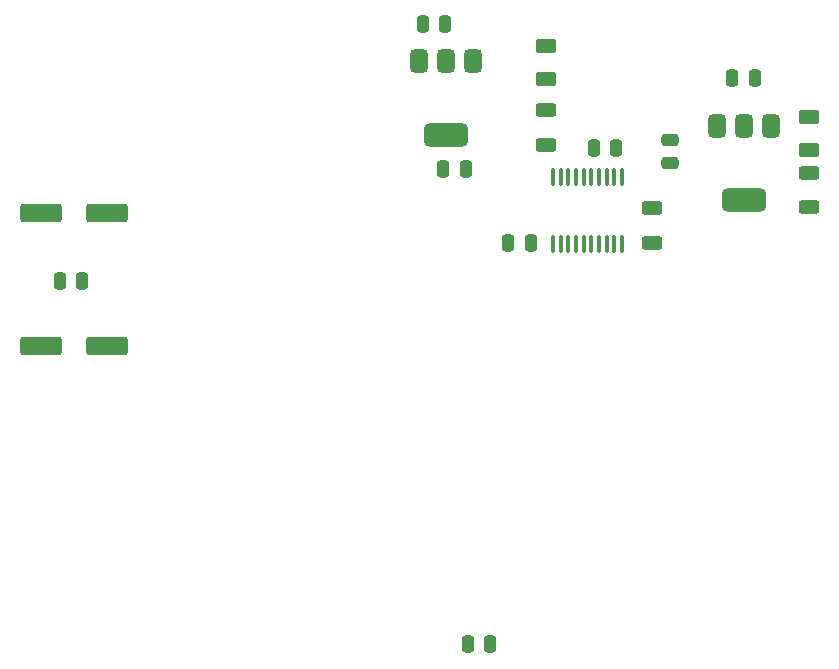
<source format=gbr>
%TF.GenerationSoftware,KiCad,Pcbnew,8.0.5*%
%TF.CreationDate,2025-02-14T12:54:28+01:00*%
%TF.ProjectId,main_board,6d61696e-5f62-46f6-9172-642e6b696361,rev?*%
%TF.SameCoordinates,Original*%
%TF.FileFunction,Paste,Top*%
%TF.FilePolarity,Positive*%
%FSLAX46Y46*%
G04 Gerber Fmt 4.6, Leading zero omitted, Abs format (unit mm)*
G04 Created by KiCad (PCBNEW 8.0.5) date 2025-02-14 12:54:28*
%MOMM*%
%LPD*%
G01*
G04 APERTURE LIST*
G04 Aperture macros list*
%AMRoundRect*
0 Rectangle with rounded corners*
0 $1 Rounding radius*
0 $2 $3 $4 $5 $6 $7 $8 $9 X,Y pos of 4 corners*
0 Add a 4 corners polygon primitive as box body*
4,1,4,$2,$3,$4,$5,$6,$7,$8,$9,$2,$3,0*
0 Add four circle primitives for the rounded corners*
1,1,$1+$1,$2,$3*
1,1,$1+$1,$4,$5*
1,1,$1+$1,$6,$7*
1,1,$1+$1,$8,$9*
0 Add four rect primitives between the rounded corners*
20,1,$1+$1,$2,$3,$4,$5,0*
20,1,$1+$1,$4,$5,$6,$7,0*
20,1,$1+$1,$6,$7,$8,$9,0*
20,1,$1+$1,$8,$9,$2,$3,0*%
G04 Aperture macros list end*
%ADD10RoundRect,0.250000X-0.250000X-0.475000X0.250000X-0.475000X0.250000X0.475000X-0.250000X0.475000X0*%
%ADD11RoundRect,0.250000X-1.500000X-0.550000X1.500000X-0.550000X1.500000X0.550000X-1.500000X0.550000X0*%
%ADD12RoundRect,0.375000X-0.375000X0.625000X-0.375000X-0.625000X0.375000X-0.625000X0.375000X0.625000X0*%
%ADD13RoundRect,0.500000X-1.400000X0.500000X-1.400000X-0.500000X1.400000X-0.500000X1.400000X0.500000X0*%
%ADD14RoundRect,0.250000X0.625000X-0.312500X0.625000X0.312500X-0.625000X0.312500X-0.625000X-0.312500X0*%
%ADD15RoundRect,0.250000X-0.625000X0.375000X-0.625000X-0.375000X0.625000X-0.375000X0.625000X0.375000X0*%
%ADD16RoundRect,0.250000X0.250000X0.475000X-0.250000X0.475000X-0.250000X-0.475000X0.250000X-0.475000X0*%
%ADD17RoundRect,0.250000X-0.625000X0.312500X-0.625000X-0.312500X0.625000X-0.312500X0.625000X0.312500X0*%
%ADD18RoundRect,0.250000X0.475000X-0.250000X0.475000X0.250000X-0.475000X0.250000X-0.475000X-0.250000X0*%
%ADD19RoundRect,0.100000X0.100000X-0.637500X0.100000X0.637500X-0.100000X0.637500X-0.100000X-0.637500X0*%
G04 APERTURE END LIST*
D10*
%TO.C,C10*%
X156750000Y-126750000D03*
X154850000Y-126750000D03*
%TD*%
D11*
%TO.C,C9*%
X118700000Y-101500000D03*
X124300000Y-101500000D03*
%TD*%
D12*
%TO.C,U5*%
X155300000Y-77350000D03*
X153000000Y-77350000D03*
D13*
X153000000Y-83650000D03*
D12*
X150700000Y-77350000D03*
%TD*%
D11*
%TO.C,C2*%
X118700000Y-90250000D03*
X124300000Y-90250000D03*
%TD*%
D10*
%TO.C,C7*%
X165550000Y-84750000D03*
X167450000Y-84750000D03*
%TD*%
D12*
%TO.C,U1*%
X180550000Y-82850000D03*
X178250000Y-82850000D03*
D13*
X178250000Y-89150000D03*
D12*
X175950000Y-82850000D03*
%TD*%
D14*
%TO.C,R1*%
X161500000Y-84462500D03*
X161500000Y-81537500D03*
%TD*%
%TO.C,R2*%
X183750000Y-89712500D03*
X183750000Y-86787500D03*
%TD*%
D10*
%TO.C,C8*%
X151050000Y-74250000D03*
X152950000Y-74250000D03*
%TD*%
D15*
%TO.C,D1*%
X161500000Y-76100000D03*
X161500000Y-78900000D03*
%TD*%
D16*
%TO.C,C6*%
X160200000Y-92750000D03*
X158300000Y-92750000D03*
%TD*%
D10*
%TO.C,C5*%
X120300000Y-96000000D03*
X122200000Y-96000000D03*
%TD*%
D17*
%TO.C,R3*%
X170500000Y-89825000D03*
X170500000Y-92750000D03*
%TD*%
D10*
%TO.C,C3*%
X177250000Y-78750000D03*
X179150000Y-78750000D03*
%TD*%
D15*
%TO.C,D2*%
X183750000Y-82100000D03*
X183750000Y-84900000D03*
%TD*%
D18*
%TO.C,C4*%
X172000000Y-85950000D03*
X172000000Y-84050000D03*
%TD*%
D19*
%TO.C,U2*%
X162075000Y-92862500D03*
X162725000Y-92862500D03*
X163375000Y-92862500D03*
X164025000Y-92862500D03*
X164675000Y-92862500D03*
X165325000Y-92862500D03*
X165975000Y-92862500D03*
X166625000Y-92862500D03*
X167275000Y-92862500D03*
X167925000Y-92862500D03*
X167925000Y-87137500D03*
X167275000Y-87137500D03*
X166625000Y-87137500D03*
X165975000Y-87137500D03*
X165325000Y-87137500D03*
X164675000Y-87137500D03*
X164025000Y-87137500D03*
X163375000Y-87137500D03*
X162725000Y-87137500D03*
X162075000Y-87137500D03*
%TD*%
D10*
%TO.C,C1*%
X152800000Y-86500000D03*
X154700000Y-86500000D03*
%TD*%
M02*

</source>
